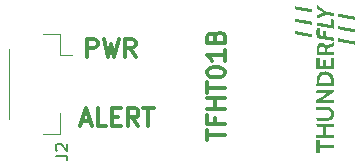
<source format=gbr>
%TF.GenerationSoftware,KiCad,Pcbnew,6.0.4-6f826c9f35~116~ubuntu20.04.1*%
%TF.CreationDate,2022-03-30T11:03:06+00:00*%
%TF.ProjectId,TFHT01B,54464854-3031-4422-9e6b-696361645f70,rev?*%
%TF.SameCoordinates,Original*%
%TF.FileFunction,Legend,Top*%
%TF.FilePolarity,Positive*%
%FSLAX46Y46*%
G04 Gerber Fmt 4.6, Leading zero omitted, Abs format (unit mm)*
G04 Created by KiCad (PCBNEW 6.0.4-6f826c9f35~116~ubuntu20.04.1) date 2022-03-30 11:03:06*
%MOMM*%
%LPD*%
G01*
G04 APERTURE LIST*
%ADD10C,0.300000*%
%ADD11C,0.150000*%
%ADD12C,0.120000*%
G04 APERTURE END LIST*
D10*
X6851342Y9837029D02*
X6851342Y11337029D01*
X7422771Y11337029D01*
X7565628Y11265600D01*
X7637057Y11194172D01*
X7708485Y11051315D01*
X7708485Y10837029D01*
X7637057Y10694172D01*
X7565628Y10622743D01*
X7422771Y10551315D01*
X6851342Y10551315D01*
X8208485Y11337029D02*
X8565628Y9837029D01*
X8851342Y10908458D01*
X9137057Y9837029D01*
X9494200Y11337029D01*
X10922771Y9837029D02*
X10422771Y10551315D01*
X10065628Y9837029D02*
X10065628Y11337029D01*
X10637057Y11337029D01*
X10779914Y11265600D01*
X10851342Y11194172D01*
X10922771Y11051315D01*
X10922771Y10837029D01*
X10851342Y10694172D01*
X10779914Y10622743D01*
X10637057Y10551315D01*
X10065628Y10551315D01*
X16958571Y2786858D02*
X16958571Y3644000D01*
X18458571Y3215429D02*
X16958571Y3215429D01*
X17672857Y4644000D02*
X17672857Y4144000D01*
X18458571Y4144000D02*
X16958571Y4144000D01*
X16958571Y4858286D01*
X18458571Y5429715D02*
X16958571Y5429715D01*
X17672857Y5429715D02*
X17672857Y6286858D01*
X18458571Y6286858D02*
X16958571Y6286858D01*
X16958571Y6786858D02*
X16958571Y7644000D01*
X18458571Y7215429D02*
X16958571Y7215429D01*
X16958571Y8429715D02*
X16958571Y8572572D01*
X17030000Y8715429D01*
X17101428Y8786858D01*
X17244285Y8858286D01*
X17530000Y8929715D01*
X17887142Y8929715D01*
X18172857Y8858286D01*
X18315714Y8786858D01*
X18387142Y8715429D01*
X18458571Y8572572D01*
X18458571Y8429715D01*
X18387142Y8286858D01*
X18315714Y8215429D01*
X18172857Y8144000D01*
X17887142Y8072572D01*
X17530000Y8072572D01*
X17244285Y8144000D01*
X17101428Y8215429D01*
X17030000Y8286858D01*
X16958571Y8429715D01*
X18458571Y10358286D02*
X18458571Y9501143D01*
X18458571Y9929715D02*
X16958571Y9929715D01*
X17172857Y9786858D01*
X17315714Y9644000D01*
X17387142Y9501143D01*
X17672857Y11501143D02*
X17744285Y11715429D01*
X17815714Y11786858D01*
X17958571Y11858286D01*
X18172857Y11858286D01*
X18315714Y11786858D01*
X18387142Y11715429D01*
X18458571Y11572572D01*
X18458571Y11001143D01*
X16958571Y11001143D01*
X16958571Y11501143D01*
X17030000Y11644000D01*
X17101428Y11715429D01*
X17244285Y11786858D01*
X17387142Y11786858D01*
X17530000Y11715429D01*
X17601428Y11644000D01*
X17672857Y11501143D01*
X17672857Y11001143D01*
X6373514Y4398200D02*
X7087800Y4398200D01*
X6230657Y3969629D02*
X6730657Y5469629D01*
X7230657Y3969629D01*
X8444942Y3969629D02*
X7730657Y3969629D01*
X7730657Y5469629D01*
X8944942Y4755343D02*
X9444942Y4755343D01*
X9659228Y3969629D02*
X8944942Y3969629D01*
X8944942Y5469629D01*
X9659228Y5469629D01*
X11159228Y3969629D02*
X10659228Y4683915D01*
X10302085Y3969629D02*
X10302085Y5469629D01*
X10873514Y5469629D01*
X11016371Y5398200D01*
X11087800Y5326772D01*
X11159228Y5183915D01*
X11159228Y4969629D01*
X11087800Y4826772D01*
X11016371Y4755343D01*
X10873514Y4683915D01*
X10302085Y4683915D01*
X11587800Y5469629D02*
X12444942Y5469629D01*
X12016371Y3969629D02*
X12016371Y5469629D01*
D11*
%TO.C,J2*%
X4151380Y1444667D02*
X4865666Y1444667D01*
X5008523Y1397048D01*
X5103761Y1301810D01*
X5151380Y1158953D01*
X5151380Y1063715D01*
X4246619Y1873239D02*
X4199000Y1920858D01*
X4151380Y2016096D01*
X4151380Y2254191D01*
X4199000Y2349429D01*
X4246619Y2397048D01*
X4341857Y2444667D01*
X4437095Y2444667D01*
X4579952Y2397048D01*
X5151380Y1825620D01*
X5151380Y2444667D01*
%TO.C,G\u002A\u002A\u002A*%
G36*
X28696801Y11260320D02*
G01*
X28805585Y11241211D01*
X28910990Y11222687D01*
X29011315Y11205047D01*
X29104860Y11188591D01*
X29189924Y11173618D01*
X29264806Y11160428D01*
X29327806Y11149319D01*
X29377224Y11140592D01*
X29411359Y11134546D01*
X29424548Y11132195D01*
X29509491Y11116958D01*
X29509491Y10984890D01*
X29509385Y10933269D01*
X29508793Y10897221D01*
X29507300Y10873952D01*
X29504489Y10860670D01*
X29499947Y10854580D01*
X29493257Y10852891D01*
X29489869Y10852822D01*
X29478200Y10854362D01*
X29450318Y10858789D01*
X29407886Y10865811D01*
X29352573Y10875137D01*
X29286042Y10886474D01*
X29209961Y10899532D01*
X29125994Y10914019D01*
X29035808Y10929643D01*
X28941068Y10946112D01*
X28843440Y10963136D01*
X28744590Y10980423D01*
X28646184Y10997680D01*
X28549887Y11014618D01*
X28457364Y11030943D01*
X28370283Y11046364D01*
X28290308Y11060591D01*
X28219105Y11073331D01*
X28158341Y11084293D01*
X28109680Y11093185D01*
X28074789Y11099715D01*
X28055333Y11103593D01*
X28051762Y11104525D01*
X28050913Y11114223D01*
X28050514Y11138957D01*
X28050572Y11175405D01*
X28051095Y11220243D01*
X28051447Y11240299D01*
X28053995Y11373209D01*
X28696801Y11260320D01*
G37*
G36*
X26242865Y7650273D02*
G01*
X26244185Y7739126D01*
X26245506Y7811837D01*
X26246960Y7870629D01*
X26248679Y7917727D01*
X26250794Y7955353D01*
X26253439Y7985730D01*
X26256745Y8011083D01*
X26260843Y8033635D01*
X26265867Y8055608D01*
X26267267Y8061209D01*
X26303585Y8170723D01*
X26353890Y8268641D01*
X26417602Y8354376D01*
X26494146Y8427339D01*
X26582942Y8486944D01*
X26683414Y8532603D01*
X26751254Y8553633D01*
X26836577Y8569998D01*
X26930980Y8578184D01*
X27027677Y8578119D01*
X27119878Y8569732D01*
X27181245Y8558121D01*
X27288968Y8523367D01*
X27386575Y8474257D01*
X27472946Y8411666D01*
X27546964Y8336474D01*
X27607509Y8249557D01*
X27630759Y8205396D01*
X27646003Y8173062D01*
X27658599Y8144386D01*
X27668820Y8117211D01*
X27676939Y8089379D01*
X27683229Y8058735D01*
X27687962Y8023120D01*
X27691411Y7980380D01*
X27693849Y7928355D01*
X27695549Y7864891D01*
X27696783Y7787830D01*
X27697823Y7695015D01*
X27698043Y7673230D01*
X27701620Y7317392D01*
X26238216Y7317392D01*
X26241935Y7583697D01*
X26488305Y7583697D01*
X27461696Y7583697D01*
X27461696Y7753129D01*
X27461130Y7810979D01*
X27459560Y7866037D01*
X27457179Y7914236D01*
X27454181Y7951510D01*
X27451363Y7971224D01*
X27425926Y8049384D01*
X27385325Y8117705D01*
X27330358Y8175430D01*
X27261826Y8221802D01*
X27180526Y8256063D01*
X27138675Y8267638D01*
X27082602Y8276690D01*
X27015431Y8281119D01*
X26943818Y8281000D01*
X26874419Y8276410D01*
X26813890Y8267422D01*
X26798145Y8263800D01*
X26734577Y8244641D01*
X26683291Y8221734D01*
X26638212Y8191891D01*
X26603293Y8161601D01*
X26569156Y8126101D01*
X26542225Y8089681D01*
X26521729Y8049641D01*
X26506895Y8003287D01*
X26496951Y7947920D01*
X26491125Y7880845D01*
X26488644Y7799364D01*
X26488414Y7760468D01*
X26488305Y7583697D01*
X26241935Y7583697D01*
X26242865Y7650273D01*
G37*
G36*
X28070065Y13465651D02*
G01*
X28082256Y13463354D01*
X28111090Y13458157D01*
X28155118Y13450317D01*
X28212891Y13440089D01*
X28282960Y13427727D01*
X28363874Y13413488D01*
X28454186Y13397627D01*
X28552445Y13380399D01*
X28657202Y13362059D01*
X28767007Y13342862D01*
X28774856Y13341491D01*
X28885101Y13322222D01*
X28990504Y13303777D01*
X29089602Y13286413D01*
X29180933Y13270387D01*
X29263036Y13255957D01*
X29334447Y13243379D01*
X29393706Y13232912D01*
X29439350Y13224812D01*
X29469916Y13219337D01*
X29483943Y13216743D01*
X29484237Y13216683D01*
X29509491Y13211377D01*
X29509491Y13078954D01*
X29509071Y13023821D01*
X29507697Y12985028D01*
X29505194Y12960567D01*
X29501389Y12948430D01*
X29498012Y12946191D01*
X29487367Y12947689D01*
X29460022Y12952132D01*
X29417364Y12959281D01*
X29360781Y12968898D01*
X29291660Y12980744D01*
X29211388Y12994580D01*
X29121353Y13010167D01*
X29022942Y13027267D01*
X28917544Y13045641D01*
X28806544Y13065050D01*
X28767968Y13071809D01*
X28049404Y13197766D01*
X28049404Y13470308D01*
X28070065Y13465651D01*
G37*
G36*
X27700452Y6803166D02*
G01*
X27207976Y6474866D01*
X26715501Y6146567D01*
X27207976Y6144192D01*
X27700452Y6141816D01*
X27700452Y5875671D01*
X26240365Y5875671D01*
X26240370Y6006527D01*
X26240375Y6137384D01*
X26705465Y6445013D01*
X27170556Y6752641D01*
X26705216Y6755021D01*
X26239875Y6757401D01*
X26244957Y7028129D01*
X26972705Y7030480D01*
X27700452Y7032831D01*
X27700452Y6803166D01*
G37*
G36*
X26245692Y10269705D02*
G01*
X26246092Y10365918D01*
X26246982Y10445945D01*
X26248614Y10511966D01*
X26251242Y10566159D01*
X26255118Y10610705D01*
X26260496Y10647782D01*
X26267628Y10679568D01*
X26276768Y10708244D01*
X26288169Y10735988D01*
X26302084Y10764980D01*
X26303547Y10767880D01*
X26349557Y10840581D01*
X26406561Y10898592D01*
X26474480Y10941846D01*
X26546618Y10968573D01*
X26594471Y10977129D01*
X26652651Y10981259D01*
X26714907Y10981091D01*
X26774987Y10976753D01*
X26826640Y10968373D01*
X26848263Y10962403D01*
X26925357Y10927019D01*
X26992372Y10876390D01*
X27048737Y10810983D01*
X27066287Y10783950D01*
X27079875Y10761522D01*
X27089030Y10746709D01*
X27090865Y10743908D01*
X27099220Y10747350D01*
X27121916Y10758600D01*
X27157148Y10776714D01*
X27203112Y10800749D01*
X27258002Y10829760D01*
X27320014Y10862803D01*
X27387342Y10898934D01*
X27389355Y10900018D01*
X27457106Y10936480D01*
X27519810Y10970174D01*
X27575616Y11000111D01*
X27622676Y11025301D01*
X27659141Y11044754D01*
X27683161Y11057480D01*
X27692887Y11062490D01*
X27692909Y11062499D01*
X27695414Y11054875D01*
X27697567Y11031832D01*
X27699219Y10996316D01*
X27700219Y10951271D01*
X27700452Y10914064D01*
X27700452Y10762567D01*
X27436443Y10625715D01*
X27172433Y10488863D01*
X27167351Y10219199D01*
X27700452Y10219199D01*
X27700452Y9943601D01*
X26972705Y9945952D01*
X26940425Y9946056D01*
X26244957Y9948303D01*
X26245577Y10219199D01*
X26467590Y10219199D01*
X26940425Y10219199D01*
X26936039Y10368422D01*
X26933364Y10436027D01*
X26929659Y10487748D01*
X26924669Y10526049D01*
X26918139Y10553396D01*
X26916415Y10558337D01*
X26887516Y10615484D01*
X26848848Y10657460D01*
X26799512Y10684869D01*
X26738606Y10698316D01*
X26705007Y10699988D01*
X26636674Y10693170D01*
X26579621Y10672249D01*
X26534307Y10637509D01*
X26501191Y10589234D01*
X26492130Y10568021D01*
X26485320Y10543047D01*
X26480031Y10507834D01*
X26476014Y10459941D01*
X26473020Y10396923D01*
X26472233Y10373013D01*
X26467590Y10219199D01*
X26245577Y10219199D01*
X26245692Y10269705D01*
G37*
G36*
X27700452Y3846242D02*
G01*
X27076013Y3846242D01*
X27076013Y3185070D01*
X27700452Y3185070D01*
X27700452Y2918765D01*
X26240365Y2918765D01*
X26240365Y3185070D01*
X26818890Y3185070D01*
X26818890Y3845980D01*
X26531924Y3848407D01*
X26244957Y3850833D01*
X26242416Y3986282D01*
X26239874Y4121730D01*
X27700452Y4121730D01*
X27700452Y3846242D01*
G37*
G36*
X24474696Y11996458D02*
G01*
X24489151Y11993943D01*
X24520218Y11988505D01*
X24566419Y11980403D01*
X24626279Y11969897D01*
X24698320Y11957246D01*
X24781065Y11942710D01*
X24873039Y11926547D01*
X24972764Y11909018D01*
X25078764Y11890381D01*
X25189562Y11870896D01*
X25202694Y11868587D01*
X25896005Y11746644D01*
X25898547Y11611953D01*
X25899225Y11557220D01*
X25898762Y11518622D01*
X25897007Y11493951D01*
X25893809Y11481004D01*
X25889364Y11477552D01*
X25878678Y11479155D01*
X25851297Y11483711D01*
X25808610Y11490977D01*
X25752007Y11500713D01*
X25682879Y11512678D01*
X25602617Y11526629D01*
X25512609Y11542327D01*
X25414247Y11559528D01*
X25308920Y11577993D01*
X25198019Y11597479D01*
X25161370Y11603928D01*
X24445101Y11730014D01*
X24440009Y12002388D01*
X24474696Y11996458D01*
G37*
G36*
X27463992Y13015871D02*
G01*
X27482125Y13012327D01*
X27512901Y13006687D01*
X27550855Y12999943D01*
X27567300Y12997076D01*
X27607369Y12990058D01*
X27643239Y12983643D01*
X27669092Y12978875D01*
X27675199Y12977688D01*
X27700452Y12972621D01*
X27700452Y12587667D01*
X27700342Y12489544D01*
X27699984Y12408438D01*
X27699338Y12343003D01*
X27698365Y12291892D01*
X27697023Y12253756D01*
X27695273Y12227250D01*
X27693075Y12211026D01*
X27690388Y12203737D01*
X27688974Y12203013D01*
X27678327Y12204619D01*
X27650985Y12209178D01*
X27608336Y12216450D01*
X27551770Y12226194D01*
X27482676Y12238167D01*
X27402445Y12252128D01*
X27312464Y12267836D01*
X27214125Y12285049D01*
X27108816Y12303526D01*
X26997927Y12323025D01*
X26961226Y12329488D01*
X26244957Y12455663D01*
X26242416Y12590902D01*
X26241898Y12638363D01*
X26242172Y12678543D01*
X26243160Y12708240D01*
X26244784Y12724252D01*
X26245723Y12726141D01*
X26256167Y12724590D01*
X26282841Y12720157D01*
X26323893Y12713165D01*
X26377469Y12703941D01*
X26441717Y12692811D01*
X26514784Y12680100D01*
X26594816Y12666134D01*
X26679962Y12651238D01*
X26768367Y12635739D01*
X26858179Y12619961D01*
X26947545Y12604231D01*
X27034613Y12588874D01*
X27117528Y12574215D01*
X27194439Y12560582D01*
X27263493Y12548298D01*
X27322835Y12537690D01*
X27370614Y12529084D01*
X27404977Y12522805D01*
X27424071Y12519179D01*
X27427260Y12518478D01*
X27432008Y12518078D01*
X27435719Y12521346D01*
X27438520Y12530243D01*
X27440538Y12546729D01*
X27441900Y12572766D01*
X27442733Y12610314D01*
X27443163Y12661334D01*
X27443317Y12727788D01*
X27443330Y12767020D01*
X27443330Y13020344D01*
X27463992Y13015871D01*
G37*
G36*
X24457308Y14093415D02*
G01*
X24483937Y14089004D01*
X24525912Y14081891D01*
X24581861Y14072313D01*
X24650414Y14060505D01*
X24730199Y14046706D01*
X24819844Y14031152D01*
X24917978Y14014080D01*
X25023229Y13995727D01*
X25134227Y13976330D01*
X25177441Y13968767D01*
X25900597Y13842160D01*
X25900597Y13569511D01*
X25875344Y13574793D01*
X25862400Y13577194D01*
X25832826Y13582492D01*
X25788083Y13590431D01*
X25729633Y13600753D01*
X25658939Y13613202D01*
X25577462Y13627520D01*
X25486665Y13643450D01*
X25388010Y13660734D01*
X25282959Y13679116D01*
X25172973Y13698339D01*
X25165962Y13699563D01*
X25055857Y13718808D01*
X24950698Y13737216D01*
X24851936Y13754531D01*
X24761020Y13770498D01*
X24679400Y13784861D01*
X24608524Y13797365D01*
X24549842Y13807755D01*
X24504803Y13815776D01*
X24474857Y13821171D01*
X24461453Y13823686D01*
X24461172Y13823748D01*
X24453118Y13826228D01*
X24447486Y13831319D01*
X24443844Y13841905D01*
X24441759Y13860872D01*
X24440796Y13891108D01*
X24440523Y13935498D01*
X24440510Y13961420D01*
X24440958Y14008514D01*
X24442191Y14048345D01*
X24444040Y14077666D01*
X24446339Y14093231D01*
X24447397Y14094886D01*
X24457308Y14093415D01*
G37*
G36*
X27700452Y8786661D02*
G01*
X26240365Y8786661D01*
X26240365Y9723321D01*
X26506671Y9723321D01*
X26506671Y9062149D01*
X26809417Y9062149D01*
X26811858Y9316976D01*
X26814299Y9571802D01*
X27076013Y9576898D01*
X27076013Y9062149D01*
X27443330Y9062149D01*
X27443330Y9741687D01*
X27700452Y9741687D01*
X27700452Y8786661D01*
G37*
G36*
X26747723Y5597952D02*
G01*
X26857242Y5597237D01*
X26950022Y5596554D01*
X27027687Y5595836D01*
X27091865Y5595015D01*
X27144181Y5594021D01*
X27186261Y5592789D01*
X27219731Y5591248D01*
X27246217Y5589333D01*
X27267344Y5586974D01*
X27284738Y5584103D01*
X27300027Y5580653D01*
X27314834Y5576556D01*
X27323802Y5573869D01*
X27423812Y5535453D01*
X27510705Y5485128D01*
X27583903Y5423437D01*
X27642830Y5350922D01*
X27686905Y5268126D01*
X27705411Y5215695D01*
X27713672Y5180619D01*
X27721735Y5134671D01*
X27728730Y5084394D01*
X27733792Y5036329D01*
X27736053Y4997017D01*
X27735977Y4985167D01*
X27734266Y4958983D01*
X27731005Y4922902D01*
X27727384Y4889053D01*
X27707501Y4788738D01*
X27672583Y4697681D01*
X27623362Y4616961D01*
X27560570Y4547657D01*
X27484940Y4490848D01*
X27440618Y4466524D01*
X27405323Y4450215D01*
X27370167Y4436255D01*
X27333473Y4424481D01*
X27293565Y4414730D01*
X27248763Y4406838D01*
X27197392Y4400643D01*
X27137773Y4395980D01*
X27068228Y4392688D01*
X26987082Y4390603D01*
X26892655Y4389562D01*
X26783271Y4389401D01*
X26657253Y4389958D01*
X26653598Y4389982D01*
X26244957Y4392627D01*
X26242416Y4528075D01*
X26239874Y4663523D01*
X26671053Y4663523D01*
X26774653Y4663747D01*
X26870189Y4664395D01*
X26956007Y4665436D01*
X27030449Y4666837D01*
X27091860Y4668565D01*
X27138585Y4670587D01*
X27168966Y4672872D01*
X27173300Y4673408D01*
X27257892Y4690550D01*
X27326934Y4716804D01*
X27381305Y4753069D01*
X27421884Y4800249D01*
X27449548Y4859245D01*
X27465179Y4930959D01*
X27468992Y4976780D01*
X27467175Y5060530D01*
X27453132Y5131046D01*
X27426066Y5189472D01*
X27385182Y5236950D01*
X27329685Y5274621D01*
X27258778Y5303628D01*
X27236738Y5310164D01*
X27220953Y5314205D01*
X27204099Y5317619D01*
X27184469Y5320474D01*
X27160360Y5322841D01*
X27130068Y5324787D01*
X27091887Y5326383D01*
X27044113Y5327697D01*
X26985042Y5328799D01*
X26912968Y5329756D01*
X26826188Y5330639D01*
X26722996Y5331517D01*
X26706399Y5331649D01*
X26240365Y5335339D01*
X26240365Y5601180D01*
X26747723Y5597952D01*
G37*
G36*
X25110864Y12926970D02*
G01*
X25220757Y12907636D01*
X25326673Y12889012D01*
X25427021Y12871377D01*
X25520209Y12855011D01*
X25604645Y12840191D01*
X25678738Y12827198D01*
X25740897Y12816311D01*
X25789528Y12807809D01*
X25823041Y12801972D01*
X25838612Y12799286D01*
X25900597Y12788762D01*
X25900597Y12514583D01*
X25879935Y12519539D01*
X25867796Y12521880D01*
X25838991Y12527135D01*
X25794943Y12535051D01*
X25737077Y12545378D01*
X25666817Y12557861D01*
X25585587Y12572248D01*
X25494811Y12588287D01*
X25395914Y12605726D01*
X25290319Y12624312D01*
X25179451Y12643791D01*
X25152751Y12648478D01*
X25041368Y12668055D01*
X24935308Y12686760D01*
X24835950Y12704344D01*
X24744671Y12720561D01*
X24662851Y12735164D01*
X24591868Y12747907D01*
X24533100Y12758541D01*
X24487925Y12766822D01*
X24457723Y12772500D01*
X24443871Y12775331D01*
X24443116Y12775571D01*
X24442178Y12785361D01*
X24441705Y12810177D01*
X24441710Y12846684D01*
X24442207Y12891550D01*
X24442553Y12911406D01*
X24445101Y13044128D01*
X25110864Y12926970D01*
G37*
G36*
X26280510Y12275587D02*
G01*
X26316528Y12270415D01*
X26360174Y12263214D01*
X26371515Y12261214D01*
X26416739Y12253224D01*
X26455379Y12246554D01*
X26483880Y12241807D01*
X26498685Y12239585D01*
X26499783Y12239495D01*
X26501445Y12230659D01*
X26502963Y12205618D01*
X26504286Y12166529D01*
X26505366Y12115553D01*
X26506151Y12054849D01*
X26506592Y11986575D01*
X26506671Y11941651D01*
X26506671Y11643856D01*
X26554881Y11634300D01*
X26586919Y11628186D01*
X26629241Y11620424D01*
X26674025Y11612443D01*
X26685738Y11610399D01*
X26725061Y11603479D01*
X26759454Y11597255D01*
X26783457Y11592723D01*
X26789046Y11591580D01*
X26809707Y11587107D01*
X26809707Y11816855D01*
X26809912Y11891153D01*
X26810580Y11948767D01*
X26811796Y11991374D01*
X26813643Y12020654D01*
X26816207Y12038284D01*
X26819569Y12045942D01*
X26821186Y12046589D01*
X26833830Y12045004D01*
X26860175Y12040773D01*
X26895878Y12034671D01*
X26936596Y12027470D01*
X26977983Y12019945D01*
X27015698Y12012868D01*
X27045396Y12007012D01*
X27055351Y12004901D01*
X27076013Y12000339D01*
X27076013Y11541892D01*
X27096674Y11537204D01*
X27111005Y11534443D01*
X27140832Y11529059D01*
X27183545Y11521509D01*
X27236535Y11512252D01*
X27297192Y11501746D01*
X27360684Y11490831D01*
X27428127Y11479230D01*
X27492118Y11468133D01*
X27549659Y11458067D01*
X27597754Y11449558D01*
X27633406Y11443133D01*
X27652242Y11439595D01*
X27700452Y11430045D01*
X27700452Y11297543D01*
X27700225Y11245192D01*
X27699347Y11208526D01*
X27697519Y11184871D01*
X27694446Y11171550D01*
X27689829Y11165885D01*
X27685744Y11165042D01*
X27674022Y11166598D01*
X27646047Y11171071D01*
X27603491Y11178165D01*
X27548028Y11187585D01*
X27481329Y11199036D01*
X27405068Y11212224D01*
X27320917Y11226853D01*
X27230548Y11242628D01*
X27135635Y11259255D01*
X27037850Y11276438D01*
X26938865Y11293882D01*
X26840353Y11311293D01*
X26743987Y11328374D01*
X26651439Y11344833D01*
X26564382Y11360372D01*
X26484489Y11374698D01*
X26413432Y11387515D01*
X26352884Y11398529D01*
X26304518Y11407444D01*
X26270005Y11413965D01*
X26251019Y11417798D01*
X26247817Y11418642D01*
X26246417Y11428360D01*
X26245144Y11454232D01*
X26244006Y11494046D01*
X26243009Y11545591D01*
X26242159Y11606656D01*
X26241464Y11675028D01*
X26240930Y11748497D01*
X26240562Y11824851D01*
X26240369Y11901879D01*
X26240357Y11977368D01*
X26240532Y12049108D01*
X26240900Y12114887D01*
X26241470Y12172493D01*
X26242246Y12219715D01*
X26243236Y12254342D01*
X26244446Y12274162D01*
X26245250Y12278000D01*
X26255593Y12278270D01*
X26280510Y12275587D01*
G37*
G36*
X26506671Y2358606D02*
G01*
X27700452Y2358606D01*
X27700452Y2092301D01*
X26506671Y2092301D01*
X26506671Y1679069D01*
X26240365Y1679069D01*
X26240365Y2771838D01*
X26506671Y2771838D01*
X26506671Y2358606D01*
G37*
G36*
X26639823Y13965161D02*
G01*
X26714856Y13907158D01*
X26786061Y13852308D01*
X26852017Y13801691D01*
X26911306Y13756385D01*
X26962509Y13717473D01*
X27004207Y13686033D01*
X27034982Y13663145D01*
X27053413Y13649889D01*
X27057647Y13647162D01*
X27072086Y13642656D01*
X27102285Y13635599D01*
X27145887Y13626463D01*
X27200536Y13615716D01*
X27263874Y13603826D01*
X27333546Y13591264D01*
X27374458Y13584108D01*
X27446228Y13571636D01*
X27512643Y13559983D01*
X27571420Y13549558D01*
X27620273Y13540771D01*
X27656919Y13534031D01*
X27679073Y13529748D01*
X27684382Y13528551D01*
X27690717Y13524967D01*
X27695145Y13516681D01*
X27698001Y13500857D01*
X27699615Y13474659D01*
X27700320Y13435250D01*
X27700452Y13391285D01*
X27700081Y13344324D01*
X27699061Y13304680D01*
X27697531Y13275590D01*
X27695630Y13260288D01*
X27694766Y13258751D01*
X27684701Y13260284D01*
X27658652Y13264643D01*
X27618720Y13271465D01*
X27567008Y13280387D01*
X27505618Y13291047D01*
X27436653Y13303082D01*
X27374420Y13313987D01*
X27059760Y13369223D01*
X26654912Y13199200D01*
X26573729Y13165149D01*
X26497771Y13133373D01*
X26428702Y13104563D01*
X26368190Y13079409D01*
X26317899Y13058603D01*
X26279495Y13042836D01*
X26254645Y13032798D01*
X26245013Y13029180D01*
X26244982Y13029177D01*
X26243399Y13037839D01*
X26242340Y13061751D01*
X26241860Y13097804D01*
X26242015Y13142889D01*
X26242428Y13172591D01*
X26244957Y13316004D01*
X26531711Y13432009D01*
X26599690Y13459641D01*
X26661908Y13485188D01*
X26716400Y13507820D01*
X26761198Y13526711D01*
X26794336Y13541033D01*
X26813848Y13549960D01*
X26818359Y13552605D01*
X26811203Y13558895D01*
X26790849Y13574865D01*
X26758891Y13599310D01*
X26716924Y13631026D01*
X26666543Y13668808D01*
X26609343Y13711453D01*
X26546919Y13757756D01*
X26532814Y13768188D01*
X26469258Y13815344D01*
X26410431Y13859330D01*
X26357958Y13898906D01*
X26313463Y13932831D01*
X26278571Y13959866D01*
X26254907Y13978769D01*
X26244095Y13988301D01*
X26243614Y13988982D01*
X26242453Y14001222D01*
X26241785Y14028317D01*
X26241640Y14066759D01*
X26242046Y14113043D01*
X26242405Y14134857D01*
X26244957Y14270930D01*
X26639823Y13965161D01*
G37*
G36*
X28071322Y12412015D02*
G01*
X28098703Y12407455D01*
X28141389Y12400183D01*
X28197991Y12390439D01*
X28267117Y12378465D01*
X28347379Y12364503D01*
X28437385Y12348794D01*
X28535745Y12331580D01*
X28641071Y12313102D01*
X28751970Y12293602D01*
X28788630Y12287146D01*
X29504899Y12160971D01*
X29509991Y11888795D01*
X29475305Y11894743D01*
X29460849Y11897260D01*
X29429782Y11902697D01*
X29383579Y11910794D01*
X29323718Y11921294D01*
X29251675Y11933936D01*
X29168927Y11948461D01*
X29076951Y11964610D01*
X28977224Y11982125D01*
X28871222Y12000745D01*
X28760421Y12020211D01*
X28747307Y12022516D01*
X28053995Y12144340D01*
X28051454Y12279130D01*
X28050776Y12333883D01*
X28051238Y12372502D01*
X28052990Y12397191D01*
X28056184Y12410155D01*
X28060637Y12413621D01*
X28071322Y12412015D01*
G37*
D12*
%TO.C,J2*%
X3060000Y11735000D02*
X4510000Y11735000D01*
X240000Y10465000D02*
X240000Y4535000D01*
X4510000Y11735000D02*
X4510000Y9935000D01*
X4510000Y9935000D02*
X5500000Y9935000D01*
X4510000Y3265000D02*
X4510000Y5065000D01*
X3060000Y3265000D02*
X4510000Y3265000D01*
%TD*%
M02*

</source>
